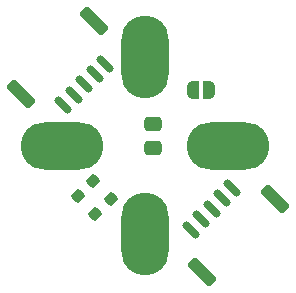
<source format=gbr>
%TF.GenerationSoftware,KiCad,Pcbnew,8.0.7*%
%TF.CreationDate,2025-03-05T23:48:34-06:00*%
%TF.ProjectId,MagEncoder,4d616745-6e63-46f6-9465-722e6b696361,rev?*%
%TF.SameCoordinates,Original*%
%TF.FileFunction,Soldermask,Bot*%
%TF.FilePolarity,Negative*%
%FSLAX46Y46*%
G04 Gerber Fmt 4.6, Leading zero omitted, Abs format (unit mm)*
G04 Created by KiCad (PCBNEW 8.0.7) date 2025-03-05 23:48:34*
%MOMM*%
%LPD*%
G01*
G04 APERTURE LIST*
G04 Aperture macros list*
%AMRoundRect*
0 Rectangle with rounded corners*
0 $1 Rounding radius*
0 $2 $3 $4 $5 $6 $7 $8 $9 X,Y pos of 4 corners*
0 Add a 4 corners polygon primitive as box body*
4,1,4,$2,$3,$4,$5,$6,$7,$8,$9,$2,$3,0*
0 Add four circle primitives for the rounded corners*
1,1,$1+$1,$2,$3*
1,1,$1+$1,$4,$5*
1,1,$1+$1,$6,$7*
1,1,$1+$1,$8,$9*
0 Add four rect primitives between the rounded corners*
20,1,$1+$1,$2,$3,$4,$5,0*
20,1,$1+$1,$4,$5,$6,$7,0*
20,1,$1+$1,$6,$7,$8,$9,0*
20,1,$1+$1,$8,$9,$2,$3,0*%
%AMFreePoly0*
4,1,19,0.500000,-0.750000,0.000000,-0.750000,0.000000,-0.744911,-0.071157,-0.744911,-0.207708,-0.704816,-0.327430,-0.627875,-0.420627,-0.520320,-0.479746,-0.390866,-0.500000,-0.250000,-0.500000,0.250000,-0.479746,0.390866,-0.420627,0.520320,-0.327430,0.627875,-0.207708,0.704816,-0.071157,0.744911,0.000000,0.744911,0.000000,0.750000,0.500000,0.750000,0.500000,-0.750000,0.500000,-0.750000,
$1*%
%AMFreePoly1*
4,1,19,0.000000,0.744911,0.071157,0.744911,0.207708,0.704816,0.327430,0.627875,0.420627,0.520320,0.479746,0.390866,0.500000,0.250000,0.500000,-0.250000,0.479746,-0.390866,0.420627,-0.520320,0.327430,-0.627875,0.207708,-0.704816,0.071157,-0.744911,0.000000,-0.744911,0.000000,-0.750000,-0.500000,-0.750000,-0.500000,0.750000,0.000000,0.750000,0.000000,0.744911,0.000000,0.744911,
$1*%
G04 Aperture macros list end*
%ADD10FreePoly0,180.000000*%
%ADD11FreePoly1,180.000000*%
%ADD12RoundRect,0.237500X-0.008839X-0.344715X0.344715X0.008839X0.008839X0.344715X-0.344715X-0.008839X0*%
%ADD13RoundRect,0.250000X-0.475000X0.337500X-0.475000X-0.337500X0.475000X-0.337500X0.475000X0.337500X0*%
%ADD14RoundRect,0.150000X-0.388909X0.601041X-0.601041X0.388909X0.388909X-0.601041X0.601041X-0.388909X0*%
%ADD15RoundRect,0.250000X-0.601041X0.954594X-0.954594X0.601041X0.601041X-0.954594X0.954594X-0.601041X0*%
%ADD16O,7.000000X4.000000*%
%ADD17O,4.000000X7.000000*%
%ADD18RoundRect,0.150000X0.388909X-0.601041X0.601041X-0.388909X-0.388909X0.601041X-0.601041X0.388909X0*%
%ADD19RoundRect,0.250000X0.601041X-0.954594X0.954594X-0.601041X-0.601041X0.954594X-0.954594X0.601041X0*%
G04 APERTURE END LIST*
D10*
%TO.C,JP1*%
X151683345Y-91405687D03*
D11*
X150383345Y-91405687D03*
%TD*%
D12*
%TO.C,R2*%
X140604765Y-100395235D03*
X141895235Y-99104765D03*
%TD*%
%TO.C,R1*%
X142104765Y-101895235D03*
X143395235Y-100604765D03*
%TD*%
D13*
%TO.C,C1*%
X147000000Y-94250000D03*
X147000000Y-96325000D03*
%TD*%
D14*
%TO.C,J2*%
X153709619Y-99674086D03*
X152825736Y-100557969D03*
X151941852Y-101441852D03*
X151057969Y-102325736D03*
X150174086Y-103209619D03*
D15*
X157280509Y-100628680D03*
X151128680Y-106780509D03*
%TD*%
D16*
%TO.C,REF\u002A\u002A*%
X153308345Y-96105687D03*
D17*
X146308345Y-88605687D03*
X146308345Y-103605687D03*
D16*
X139308345Y-96105687D03*
%TD*%
D18*
%TO.C,J1*%
X139398726Y-92681601D03*
X140282609Y-91797718D03*
X141166493Y-90913835D03*
X142050376Y-90029951D03*
X142934259Y-89146068D03*
D19*
X135827836Y-91727007D03*
X141979665Y-85575178D03*
%TD*%
M02*

</source>
